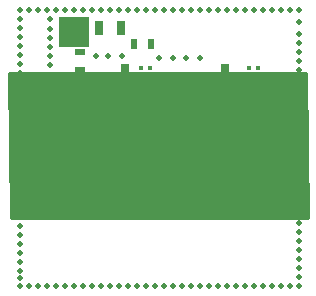
<source format=gts>
G04 #@! TF.GenerationSoftware,KiCad,Pcbnew,(5.0.0-rc2-dev-262-gdfd2a8fc4)*
G04 #@! TF.CreationDate,2018-03-21T15:36:15-07:00*
G04 #@! TF.ProjectId,BaseBandAmp_03202018,4261736542616E64416D705F30333230,rev?*
G04 #@! TF.SameCoordinates,Original*
G04 #@! TF.FileFunction,Soldermask,Top*
G04 #@! TF.FilePolarity,Negative*
%FSLAX46Y46*%
G04 Gerber Fmt 4.6, Leading zero omitted, Abs format (unit mm)*
G04 Created by KiCad (PCBNEW (5.0.0-rc2-dev-262-gdfd2a8fc4)) date 03/21/18 15:36:15*
%MOMM*%
%LPD*%
G01*
G04 APERTURE LIST*
%ADD10R,2.540000X2.540000*%
%ADD11C,0.508000*%
%ADD12R,0.500000X0.900000*%
%ADD13R,0.635000X0.635000*%
%ADD14R,1.270000X2.032000*%
%ADD15R,3.810000X0.508000*%
%ADD16R,0.350000X0.300000*%
%ADD17R,0.300000X0.350000*%
%ADD18R,1.198880X1.000760*%
%ADD19R,0.800100X1.000760*%
%ADD20R,1.000760X1.501140*%
%ADD21R,1.998980X2.999740*%
%ADD22C,0.749300*%
%ADD23C,0.100000*%
%ADD24R,1.000760X1.198880*%
%ADD25R,1.000760X0.800100*%
%ADD26R,0.700000X1.300000*%
%ADD27R,0.900000X0.500000*%
%ADD28C,0.254000*%
G04 APERTURE END LIST*
D10*
X132461000Y-58801000D03*
D11*
X143129000Y-60960000D03*
X141986000Y-60960000D03*
X140843000Y-60960000D03*
X139700000Y-60960000D03*
X136525000Y-60833000D03*
X135382000Y-60833000D03*
X134366000Y-60833000D03*
D12*
X137541000Y-59817000D03*
X139041000Y-59817000D03*
D13*
X145288000Y-66929000D03*
X145288000Y-61849000D03*
D14*
X151752300Y-68580000D03*
D15*
X150279100Y-64338200D03*
X150279100Y-72821800D03*
X150279100Y-64338200D03*
X150279100Y-72821800D03*
D11*
X138176000Y-67056000D03*
X139192000Y-67056000D03*
D16*
X138176000Y-62357000D03*
X138176000Y-61797000D03*
X138938000Y-61797000D03*
X138938000Y-62357000D03*
D13*
X136779000Y-61849000D03*
X136779000Y-66929000D03*
D11*
X131191000Y-62992000D03*
X127889000Y-79629000D03*
X134493000Y-62992000D03*
X133731000Y-62992000D03*
X132969000Y-62992000D03*
X146812000Y-73914000D03*
X145796000Y-73914000D03*
X144780000Y-73914000D03*
X143764000Y-73914000D03*
X142748000Y-73914000D03*
X141732000Y-73914000D03*
X140716000Y-73914000D03*
X139700000Y-73914000D03*
X138684000Y-73914000D03*
X137668000Y-73914000D03*
X136652000Y-73914000D03*
X135636000Y-73914000D03*
X134620000Y-73914000D03*
X133604000Y-73914000D03*
X132588000Y-73914000D03*
X146812000Y-72898000D03*
X145796000Y-72898000D03*
X144780000Y-72898000D03*
X143764000Y-72898000D03*
X142748000Y-72898000D03*
X141732000Y-72898000D03*
X140716000Y-72898000D03*
X139700000Y-72898000D03*
X138684000Y-72898000D03*
X137668000Y-72898000D03*
X136652000Y-72898000D03*
X135636000Y-72898000D03*
X134620000Y-72898000D03*
X133604000Y-72898000D03*
X132588000Y-72898000D03*
X146812000Y-71882000D03*
X145796000Y-71882000D03*
X144780000Y-71882000D03*
X143764000Y-71882000D03*
X142748000Y-71882000D03*
X141732000Y-71882000D03*
X140716000Y-71882000D03*
X139700000Y-71882000D03*
X138684000Y-71882000D03*
X137668000Y-71882000D03*
X136652000Y-71882000D03*
X135636000Y-71882000D03*
X134620000Y-71882000D03*
X133604000Y-71882000D03*
X132588000Y-71882000D03*
X140208000Y-67056000D03*
X140208000Y-66294000D03*
X140208000Y-65532000D03*
X140208000Y-64770000D03*
X140208000Y-64008000D03*
X149606000Y-70231000D03*
X148717000Y-70231000D03*
X147955000Y-70231000D03*
X147193000Y-70231000D03*
X146431000Y-70231000D03*
X145669000Y-70231000D03*
X144907000Y-70231000D03*
X144145000Y-70231000D03*
X143383000Y-70231000D03*
X142621000Y-70231000D03*
X141859000Y-70231000D03*
X134366000Y-69596000D03*
X133223000Y-69596000D03*
X130429000Y-57658000D03*
X130429000Y-58547000D03*
X130429000Y-59309000D03*
X130429000Y-60071000D03*
X130429000Y-60833000D03*
X130429000Y-61595000D03*
X130429000Y-62484000D03*
X132207000Y-62992000D03*
X132207000Y-63754000D03*
X132207000Y-64516000D03*
X132207000Y-65278000D03*
X132207000Y-66040000D03*
X151511000Y-57912000D03*
X151511000Y-58928000D03*
X151511000Y-59690000D03*
X151511000Y-60452000D03*
X151511000Y-61214000D03*
X151511000Y-61976000D03*
X151511000Y-62738000D03*
X151511000Y-63500000D03*
X151511000Y-64262000D03*
X151511000Y-71882000D03*
X151511000Y-72644000D03*
X151511000Y-73406000D03*
X151511000Y-74168000D03*
X151511000Y-74930000D03*
X151511000Y-75692000D03*
X151511000Y-76454000D03*
X151511000Y-77216000D03*
X151511000Y-77978000D03*
X151511000Y-78740000D03*
X151511000Y-79502000D03*
X151511000Y-80264000D03*
X150749000Y-80264000D03*
X149987000Y-80264000D03*
X149225000Y-80264000D03*
X148463000Y-80264000D03*
X147701000Y-80264000D03*
X146939000Y-80264000D03*
X146177000Y-80264000D03*
X145415000Y-80264000D03*
X144653000Y-80264000D03*
X143891000Y-80264000D03*
X143129000Y-80264000D03*
X142367000Y-80264000D03*
X141605000Y-80264000D03*
X140843000Y-80264000D03*
X140081000Y-80264000D03*
X139319000Y-80264000D03*
X138557000Y-80264000D03*
X137795000Y-80264000D03*
X137033000Y-80264000D03*
X136271000Y-80264000D03*
X135509000Y-80264000D03*
X134747000Y-80264000D03*
X133985000Y-80264000D03*
X133223000Y-80264000D03*
X132461000Y-80264000D03*
X131699000Y-80264000D03*
X130937000Y-80264000D03*
X130175000Y-80264000D03*
X129413000Y-80264000D03*
X128651000Y-80264000D03*
X127889000Y-80264000D03*
X127889000Y-78994000D03*
X127889000Y-78232000D03*
X127889000Y-77470000D03*
X127889000Y-76708000D03*
X127889000Y-75946000D03*
X127889000Y-75184000D03*
X127889000Y-74422000D03*
X127889000Y-73660000D03*
X127889000Y-72898000D03*
X127889000Y-72136000D03*
X127889000Y-65278000D03*
X127889000Y-64516000D03*
X127889000Y-63754000D03*
X127889000Y-62992000D03*
X127889000Y-62230000D03*
X127889000Y-61468000D03*
X127889000Y-60706000D03*
X127889000Y-59944000D03*
X127889000Y-59182000D03*
X127889000Y-58420000D03*
X127889000Y-57658000D03*
X151511000Y-56896000D03*
X150749000Y-56896000D03*
X149987000Y-56896000D03*
X149225000Y-56896000D03*
X148463000Y-56896000D03*
X147701000Y-56896000D03*
X146939000Y-56896000D03*
X146177000Y-56896000D03*
X145415000Y-56896000D03*
X144653000Y-56896000D03*
X143891000Y-56896000D03*
X143129000Y-56896000D03*
X142367000Y-56896000D03*
X141605000Y-56896000D03*
X140843000Y-56896000D03*
X140081000Y-56896000D03*
X139319000Y-56896000D03*
X138557000Y-56896000D03*
X137795000Y-56896000D03*
X137033000Y-56896000D03*
X136271000Y-56896000D03*
X135509000Y-56896000D03*
X134747000Y-56896000D03*
X133985000Y-56896000D03*
X133223000Y-56896000D03*
X132461000Y-56896000D03*
X131699000Y-56896000D03*
X130937000Y-56896000D03*
X130175000Y-56896000D03*
X129413000Y-56896000D03*
X128651000Y-56896000D03*
X143256000Y-63246000D03*
X142494000Y-63246000D03*
X141732000Y-63246000D03*
X140970000Y-63246000D03*
X140208000Y-63246000D03*
D16*
X148082000Y-62409000D03*
X148082000Y-61849000D03*
X147320000Y-62409000D03*
X147320000Y-61849000D03*
D11*
X127889000Y-56896000D03*
D17*
X128423000Y-66548000D03*
X127863000Y-66548000D03*
D16*
X132207000Y-69316000D03*
X132207000Y-69876000D03*
D17*
X135916000Y-69469000D03*
X135356000Y-69469000D03*
D16*
X140081000Y-70078000D03*
X140081000Y-70638000D03*
X146050000Y-69368000D03*
X146050000Y-68808000D03*
D17*
X151384000Y-66548000D03*
X150824000Y-66548000D03*
D14*
X127647700Y-68580000D03*
D15*
X129120900Y-72821800D03*
X129120900Y-64338200D03*
X129120900Y-72821800D03*
X129120900Y-64338200D03*
D18*
X129501900Y-69778880D03*
D19*
X131251960Y-67381120D03*
X131251960Y-69778880D03*
X129352040Y-67381120D03*
D20*
X132483860Y-68018660D03*
X133985000Y-68018660D03*
X135486140Y-68018660D03*
D21*
X133985000Y-65067180D03*
D22*
X133985000Y-66916300D03*
D23*
G36*
X134985760Y-66541650D02*
X134485380Y-67290950D01*
X133484620Y-67290950D01*
X132984240Y-66541650D01*
X134985760Y-66541650D01*
X134985760Y-66541650D01*
G37*
D18*
X136994900Y-70667880D03*
D19*
X138744960Y-68270120D03*
X138744960Y-70667880D03*
X136845040Y-68270120D03*
D20*
X140865860Y-68780660D03*
X142367000Y-68780660D03*
X143868140Y-68780660D03*
D21*
X142367000Y-65829180D03*
D22*
X142367000Y-67678300D03*
D23*
G36*
X143367760Y-67303650D02*
X142867380Y-68052950D01*
X141866620Y-68052950D01*
X141366240Y-67303650D01*
X143367760Y-67303650D01*
X143367760Y-67303650D01*
G37*
D24*
X149534880Y-68999100D03*
D25*
X147137120Y-67249040D03*
X149534880Y-67249040D03*
X147137120Y-69148960D03*
D26*
X134620000Y-58420000D03*
X136520000Y-58420000D03*
D27*
X132969000Y-60464000D03*
X132969000Y-61964000D03*
D28*
G36*
X152271710Y-74549000D02*
X127125724Y-74549000D01*
X127001290Y-62230000D01*
X152147276Y-62230000D01*
X152271710Y-74549000D01*
X152271710Y-74549000D01*
G37*
X152271710Y-74549000D02*
X127125724Y-74549000D01*
X127001290Y-62230000D01*
X152147276Y-62230000D01*
X152271710Y-74549000D01*
M02*

</source>
